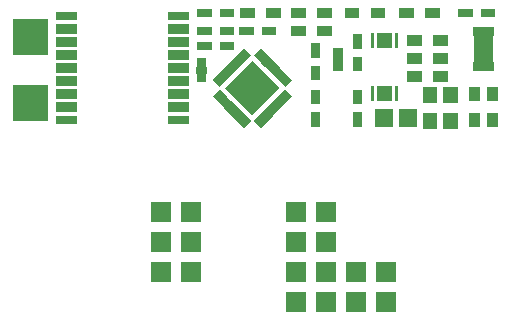
<source format=gbr>
G04 #@! TF.GenerationSoftware,KiCad,Pcbnew,(5.1.5)-3*
G04 #@! TF.CreationDate,2020-04-07T22:18:27-04:00*
G04 #@! TF.ProjectId,PicoTrackerWSPR2Rev2,5069636f-5472-4616-936b-657257535052,rev?*
G04 #@! TF.SameCoordinates,Original*
G04 #@! TF.FileFunction,Soldermask,Top*
G04 #@! TF.FilePolarity,Negative*
%FSLAX46Y46*%
G04 Gerber Fmt 4.6, Leading zero omitted, Abs format (unit mm)*
G04 Created by KiCad (PCBNEW (5.1.5)-3) date 2020-04-07 22:18:27*
%MOMM*%
%LPD*%
G04 APERTURE LIST*
%ADD10C,0.100000*%
G04 APERTURE END LIST*
D10*
G36*
X95719000Y-93115500D02*
G01*
X94019000Y-93115500D01*
X94019000Y-91415500D01*
X95719000Y-91415500D01*
X95719000Y-93115500D01*
G37*
G36*
X100799000Y-93115500D02*
G01*
X99099000Y-93115500D01*
X99099000Y-91415500D01*
X100799000Y-91415500D01*
X100799000Y-93115500D01*
G37*
G36*
X98259000Y-93115500D02*
G01*
X96559000Y-93115500D01*
X96559000Y-91415500D01*
X98259000Y-91415500D01*
X98259000Y-93115500D01*
G37*
G36*
X103339000Y-93115500D02*
G01*
X101639000Y-93115500D01*
X101639000Y-91415500D01*
X103339000Y-91415500D01*
X103339000Y-93115500D01*
G37*
G36*
X86829000Y-90575500D02*
G01*
X85129000Y-90575500D01*
X85129000Y-88875500D01*
X86829000Y-88875500D01*
X86829000Y-90575500D01*
G37*
G36*
X84289000Y-90575500D02*
G01*
X82589000Y-90575500D01*
X82589000Y-88875500D01*
X84289000Y-88875500D01*
X84289000Y-90575500D01*
G37*
G36*
X100799000Y-90575500D02*
G01*
X99099000Y-90575500D01*
X99099000Y-88875500D01*
X100799000Y-88875500D01*
X100799000Y-90575500D01*
G37*
G36*
X103339000Y-90575500D02*
G01*
X101639000Y-90575500D01*
X101639000Y-88875500D01*
X103339000Y-88875500D01*
X103339000Y-90575500D01*
G37*
G36*
X98259000Y-90575500D02*
G01*
X96559000Y-90575500D01*
X96559000Y-88875500D01*
X98259000Y-88875500D01*
X98259000Y-90575500D01*
G37*
G36*
X95719000Y-90575500D02*
G01*
X94019000Y-90575500D01*
X94019000Y-88875500D01*
X95719000Y-88875500D01*
X95719000Y-90575500D01*
G37*
G36*
X95719000Y-88035500D02*
G01*
X94019000Y-88035500D01*
X94019000Y-86335500D01*
X95719000Y-86335500D01*
X95719000Y-88035500D01*
G37*
G36*
X86829000Y-88035500D02*
G01*
X85129000Y-88035500D01*
X85129000Y-86335500D01*
X86829000Y-86335500D01*
X86829000Y-88035500D01*
G37*
G36*
X84289000Y-88035500D02*
G01*
X82589000Y-88035500D01*
X82589000Y-86335500D01*
X84289000Y-86335500D01*
X84289000Y-88035500D01*
G37*
G36*
X98259000Y-88035500D02*
G01*
X96559000Y-88035500D01*
X96559000Y-86335500D01*
X98259000Y-86335500D01*
X98259000Y-88035500D01*
G37*
G36*
X84289000Y-85495500D02*
G01*
X82589000Y-85495500D01*
X82589000Y-83795500D01*
X84289000Y-83795500D01*
X84289000Y-85495500D01*
G37*
G36*
X98259000Y-85495500D02*
G01*
X96559000Y-85495500D01*
X96559000Y-83795500D01*
X98259000Y-83795500D01*
X98259000Y-85495500D01*
G37*
G36*
X95719000Y-85495500D02*
G01*
X94019000Y-85495500D01*
X94019000Y-83795500D01*
X95719000Y-83795500D01*
X95719000Y-85495500D01*
G37*
G36*
X86829000Y-85495500D02*
G01*
X85129000Y-85495500D01*
X85129000Y-83795500D01*
X86829000Y-83795500D01*
X86829000Y-85495500D01*
G37*
G36*
X108546900Y-77660500D02*
G01*
X107353100Y-77660500D01*
X107353100Y-76263500D01*
X108546900Y-76263500D01*
X108546900Y-77660500D01*
G37*
G36*
X106845100Y-77660500D02*
G01*
X105651300Y-77660500D01*
X105651300Y-76263500D01*
X106845100Y-76263500D01*
X106845100Y-77660500D01*
G37*
G36*
X89064674Y-74910457D02*
G01*
X89064679Y-74910463D01*
X89382878Y-75228662D01*
X89382884Y-75228667D01*
X90125334Y-75971117D01*
X90125339Y-75971123D01*
X90443538Y-76289322D01*
X90443544Y-76289327D01*
X91097611Y-76943394D01*
X90496571Y-77544434D01*
X89877853Y-76925716D01*
X89877847Y-76925711D01*
X89488950Y-76536814D01*
X89488945Y-76536808D01*
X88817193Y-75865056D01*
X88817187Y-75865051D01*
X88428290Y-75476154D01*
X88428285Y-75476148D01*
X87809566Y-74857429D01*
X88410606Y-74256389D01*
X89064674Y-74910457D01*
G37*
G36*
X94562434Y-74857429D02*
G01*
X94261914Y-75157949D01*
X93943716Y-75476148D01*
X93554808Y-75865056D01*
X93201254Y-76218609D01*
X92883056Y-76536808D01*
X92494148Y-76925716D01*
X92140594Y-77279269D01*
X91875429Y-77544434D01*
X91274389Y-76943394D01*
X91928452Y-76289331D01*
X91928463Y-76289322D01*
X91981497Y-76236289D01*
X91981496Y-76236288D01*
X92193628Y-76024156D01*
X92193629Y-76024157D01*
X92246662Y-75971123D01*
X92246671Y-75971112D01*
X92989112Y-75228671D01*
X92989123Y-75228662D01*
X93042157Y-75175629D01*
X93042156Y-75175628D01*
X93254288Y-74963496D01*
X93254289Y-74963497D01*
X93307322Y-74910463D01*
X93307331Y-74910452D01*
X93961394Y-74256389D01*
X94562434Y-74857429D01*
G37*
G36*
X111956000Y-77476000D02*
G01*
X111056000Y-77476000D01*
X111056000Y-76276000D01*
X111956000Y-76276000D01*
X111956000Y-77476000D01*
G37*
G36*
X110432000Y-77476000D02*
G01*
X109532000Y-77476000D01*
X109532000Y-76276000D01*
X110432000Y-76276000D01*
X110432000Y-77476000D01*
G37*
G36*
X103048500Y-77458000D02*
G01*
X101548500Y-77458000D01*
X101548500Y-75958000D01*
X103048500Y-75958000D01*
X103048500Y-77458000D01*
G37*
G36*
X105080500Y-77458000D02*
G01*
X103580500Y-77458000D01*
X103580500Y-75958000D01*
X105080500Y-75958000D01*
X105080500Y-77458000D01*
G37*
G36*
X100451000Y-77430000D02*
G01*
X99701000Y-77430000D01*
X99701000Y-76230000D01*
X100451000Y-76230000D01*
X100451000Y-77430000D01*
G37*
G36*
X96895000Y-77430000D02*
G01*
X96145000Y-77430000D01*
X96145000Y-76230000D01*
X96895000Y-76230000D01*
X96895000Y-77430000D01*
G37*
G36*
X85837800Y-77216200D02*
G01*
X84037800Y-77216200D01*
X84037800Y-76516200D01*
X85837800Y-76516200D01*
X85837800Y-77216200D01*
G37*
G36*
X76337800Y-77216200D02*
G01*
X74537800Y-77216200D01*
X74537800Y-76516200D01*
X76337800Y-76516200D01*
X76337800Y-77216200D01*
G37*
G36*
X73890000Y-76938000D02*
G01*
X70890000Y-76938000D01*
X70890000Y-73938000D01*
X73890000Y-73938000D01*
X73890000Y-76938000D01*
G37*
G36*
X93484097Y-74168000D02*
G01*
X91186000Y-76466097D01*
X88887903Y-74168000D01*
X91186000Y-71869903D01*
X93484097Y-74168000D01*
G37*
G36*
X76337800Y-76166200D02*
G01*
X74537800Y-76166200D01*
X74537800Y-75366200D01*
X76337800Y-75366200D01*
X76337800Y-76166200D01*
G37*
G36*
X85837800Y-76166200D02*
G01*
X84037800Y-76166200D01*
X84037800Y-75366200D01*
X85837800Y-75366200D01*
X85837800Y-76166200D01*
G37*
G36*
X96895000Y-75530000D02*
G01*
X96145000Y-75530000D01*
X96145000Y-74330000D01*
X96895000Y-74330000D01*
X96895000Y-75530000D01*
G37*
G36*
X100451000Y-75530000D02*
G01*
X99701000Y-75530000D01*
X99701000Y-74330000D01*
X100451000Y-74330000D01*
X100451000Y-75530000D01*
G37*
G36*
X106845100Y-75450700D02*
G01*
X105651300Y-75450700D01*
X105651300Y-74053700D01*
X106845100Y-74053700D01*
X106845100Y-75450700D01*
G37*
G36*
X108546900Y-75450700D02*
G01*
X107353100Y-75450700D01*
X107353100Y-74053700D01*
X108546900Y-74053700D01*
X108546900Y-75450700D01*
G37*
G36*
X102984300Y-75290000D02*
G01*
X101739700Y-75290000D01*
X101739700Y-73990000D01*
X102984300Y-73990000D01*
X102984300Y-75290000D01*
G37*
G36*
X101488240Y-75290000D02*
G01*
X101239320Y-75290000D01*
X101239320Y-73990000D01*
X101488240Y-73990000D01*
X101488240Y-75290000D01*
G37*
G36*
X103484680Y-75290000D02*
G01*
X103235760Y-75290000D01*
X103235760Y-73990000D01*
X103484680Y-73990000D01*
X103484680Y-75290000D01*
G37*
G36*
X111956000Y-75276000D02*
G01*
X111056000Y-75276000D01*
X111056000Y-74076000D01*
X111956000Y-74076000D01*
X111956000Y-75276000D01*
G37*
G36*
X110432000Y-75276000D02*
G01*
X109532000Y-75276000D01*
X109532000Y-74076000D01*
X110432000Y-74076000D01*
X110432000Y-75276000D01*
G37*
G36*
X76337800Y-75066200D02*
G01*
X74537800Y-75066200D01*
X74537800Y-74266200D01*
X76337800Y-74266200D01*
X76337800Y-75066200D01*
G37*
G36*
X85837800Y-75066200D02*
G01*
X84037800Y-75066200D01*
X84037800Y-74266200D01*
X85837800Y-74266200D01*
X85837800Y-75066200D01*
G37*
G36*
X92494148Y-71410285D02*
G01*
X92494154Y-71410290D01*
X92883051Y-71799187D01*
X92883056Y-71799193D01*
X93554808Y-72470945D01*
X93554814Y-72470950D01*
X93943711Y-72859847D01*
X93943716Y-72859853D01*
X94562434Y-73478571D01*
X93961394Y-74079611D01*
X93307327Y-73425544D01*
X93307322Y-73425538D01*
X92989123Y-73107339D01*
X92989117Y-73107334D01*
X92246667Y-72364884D01*
X92246662Y-72364878D01*
X91928463Y-72046679D01*
X91928457Y-72046674D01*
X91274389Y-71392606D01*
X91875429Y-70791566D01*
X92494148Y-71410285D01*
G37*
G36*
X91097611Y-71392606D02*
G01*
X88410606Y-74079611D01*
X87809566Y-73478571D01*
X88375251Y-72912886D01*
X88428285Y-72859853D01*
X88428294Y-72859842D01*
X88817182Y-72470954D01*
X88817193Y-72470945D01*
X88870226Y-72417911D01*
X89435911Y-71852226D01*
X89488945Y-71799193D01*
X89488954Y-71799182D01*
X89877842Y-71410294D01*
X89877853Y-71410285D01*
X89930886Y-71357251D01*
X90496571Y-70791566D01*
X91097611Y-71392606D01*
G37*
G36*
X76337800Y-73966200D02*
G01*
X74537800Y-73966200D01*
X74537800Y-73166200D01*
X76337800Y-73166200D01*
X76337800Y-73966200D01*
G37*
G36*
X85837800Y-73966200D02*
G01*
X84037800Y-73966200D01*
X84037800Y-73166200D01*
X85837800Y-73166200D01*
X85837800Y-73966200D01*
G37*
G36*
X87268000Y-72294401D02*
G01*
X87270402Y-72318787D01*
X87277515Y-72342236D01*
X87289066Y-72363847D01*
X87298000Y-72374733D01*
X87298000Y-72964067D01*
X87289066Y-72974953D01*
X87277515Y-72996564D01*
X87270402Y-73020013D01*
X87268000Y-73044399D01*
X87268000Y-73669400D01*
X86468000Y-73669400D01*
X86468000Y-73044399D01*
X86465598Y-73020013D01*
X86458485Y-72996564D01*
X86446934Y-72974953D01*
X86438000Y-72964067D01*
X86438000Y-72374733D01*
X86446934Y-72363847D01*
X86458485Y-72342236D01*
X86465598Y-72318787D01*
X86468000Y-72294401D01*
X86468000Y-71669400D01*
X87268000Y-71669400D01*
X87268000Y-72294401D01*
G37*
G36*
X105502000Y-73665500D02*
G01*
X104302000Y-73665500D01*
X104302000Y-72765500D01*
X105502000Y-72765500D01*
X105502000Y-73665500D01*
G37*
G36*
X107702000Y-73665500D02*
G01*
X106502000Y-73665500D01*
X106502000Y-72765500D01*
X107702000Y-72765500D01*
X107702000Y-73665500D01*
G37*
G36*
X96895000Y-73498000D02*
G01*
X96145000Y-73498000D01*
X96145000Y-72298000D01*
X96895000Y-72298000D01*
X96895000Y-73498000D01*
G37*
G36*
X85837800Y-72866200D02*
G01*
X84037800Y-72866200D01*
X84037800Y-72066200D01*
X85837800Y-72066200D01*
X85837800Y-72866200D01*
G37*
G36*
X76337800Y-72866200D02*
G01*
X74537800Y-72866200D01*
X74537800Y-72066200D01*
X76337800Y-72066200D01*
X76337800Y-72866200D01*
G37*
G36*
X111644000Y-69766000D02*
G01*
X111643999Y-69766000D01*
X111619613Y-69768402D01*
X111596164Y-69775515D01*
X111574553Y-69787066D01*
X111555611Y-69802611D01*
X111540066Y-69821553D01*
X111528515Y-69843164D01*
X111521402Y-69866613D01*
X111519000Y-69890999D01*
X111519000Y-71841001D01*
X111521402Y-71865387D01*
X111528515Y-71888836D01*
X111540066Y-71910447D01*
X111555611Y-71929389D01*
X111574553Y-71944934D01*
X111596164Y-71956485D01*
X111619613Y-71963598D01*
X111643999Y-71966000D01*
X111644000Y-71966000D01*
X111644000Y-72766000D01*
X109844000Y-72766000D01*
X109844000Y-71966000D01*
X109844001Y-71966000D01*
X109868387Y-71963598D01*
X109891836Y-71956485D01*
X109913447Y-71944934D01*
X109932389Y-71929389D01*
X109947934Y-71910447D01*
X109959485Y-71888836D01*
X109966598Y-71865387D01*
X109969000Y-71841001D01*
X109969000Y-69890999D01*
X109966598Y-69866613D01*
X109959485Y-69843164D01*
X109947934Y-69821553D01*
X109932389Y-69802611D01*
X109913447Y-69787066D01*
X109891836Y-69775515D01*
X109868387Y-69768402D01*
X109844001Y-69766000D01*
X109844000Y-69766000D01*
X109844000Y-68966000D01*
X111644000Y-68966000D01*
X111644000Y-69766000D01*
G37*
G36*
X98825000Y-71380001D02*
G01*
X98827402Y-71404387D01*
X98834515Y-71427836D01*
X98846066Y-71449447D01*
X98855000Y-71460333D01*
X98855000Y-72049667D01*
X98846066Y-72060553D01*
X98834515Y-72082164D01*
X98827402Y-72105613D01*
X98825000Y-72129999D01*
X98825000Y-72755000D01*
X98025000Y-72755000D01*
X98025000Y-72129999D01*
X98022598Y-72105613D01*
X98015485Y-72082164D01*
X98003934Y-72060553D01*
X97995000Y-72049667D01*
X97995000Y-71460333D01*
X98003934Y-71449447D01*
X98015485Y-71427836D01*
X98022598Y-71404387D01*
X98025000Y-71380001D01*
X98025000Y-70755000D01*
X98825000Y-70755000D01*
X98825000Y-71380001D01*
G37*
G36*
X100451000Y-72736000D02*
G01*
X99701000Y-72736000D01*
X99701000Y-71536000D01*
X100451000Y-71536000D01*
X100451000Y-72736000D01*
G37*
G36*
X105502000Y-72141500D02*
G01*
X104302000Y-72141500D01*
X104302000Y-71241500D01*
X105502000Y-71241500D01*
X105502000Y-72141500D01*
G37*
G36*
X107702000Y-72141500D02*
G01*
X106502000Y-72141500D01*
X106502000Y-71241500D01*
X107702000Y-71241500D01*
X107702000Y-72141500D01*
G37*
G36*
X85837800Y-71766200D02*
G01*
X84037800Y-71766200D01*
X84037800Y-70966200D01*
X85837800Y-70966200D01*
X85837800Y-71766200D01*
G37*
G36*
X76337800Y-71766200D02*
G01*
X74537800Y-71766200D01*
X74537800Y-70966200D01*
X76337800Y-70966200D01*
X76337800Y-71766200D01*
G37*
G36*
X96895000Y-71598000D02*
G01*
X96145000Y-71598000D01*
X96145000Y-70398000D01*
X96895000Y-70398000D01*
X96895000Y-71598000D01*
G37*
G36*
X73890000Y-71350000D02*
G01*
X70890000Y-71350000D01*
X70890000Y-68350000D01*
X73890000Y-68350000D01*
X73890000Y-71350000D01*
G37*
G36*
X87727000Y-70987000D02*
G01*
X86527000Y-70987000D01*
X86527000Y-70237000D01*
X87727000Y-70237000D01*
X87727000Y-70987000D01*
G37*
G36*
X89627000Y-70987000D02*
G01*
X88427000Y-70987000D01*
X88427000Y-70237000D01*
X89627000Y-70237000D01*
X89627000Y-70987000D01*
G37*
G36*
X100451000Y-70836000D02*
G01*
X99701000Y-70836000D01*
X99701000Y-69636000D01*
X100451000Y-69636000D01*
X100451000Y-70836000D01*
G37*
G36*
X103484680Y-70790000D02*
G01*
X103235760Y-70790000D01*
X103235760Y-69490000D01*
X103484680Y-69490000D01*
X103484680Y-70790000D01*
G37*
G36*
X101488240Y-70790000D02*
G01*
X101239320Y-70790000D01*
X101239320Y-69490000D01*
X101488240Y-69490000D01*
X101488240Y-70790000D01*
G37*
G36*
X102984300Y-70790000D02*
G01*
X101739700Y-70790000D01*
X101739700Y-69490000D01*
X102984300Y-69490000D01*
X102984300Y-70790000D01*
G37*
G36*
X85837800Y-70666200D02*
G01*
X84037800Y-70666200D01*
X84037800Y-69866200D01*
X85837800Y-69866200D01*
X85837800Y-70666200D01*
G37*
G36*
X76337800Y-70666200D02*
G01*
X74537800Y-70666200D01*
X74537800Y-69866200D01*
X76337800Y-69866200D01*
X76337800Y-70666200D01*
G37*
G36*
X107702000Y-70617500D02*
G01*
X106502000Y-70617500D01*
X106502000Y-69717500D01*
X107702000Y-69717500D01*
X107702000Y-70617500D01*
G37*
G36*
X105502000Y-70617500D02*
G01*
X104302000Y-70617500D01*
X104302000Y-69717500D01*
X105502000Y-69717500D01*
X105502000Y-70617500D01*
G37*
G36*
X95682000Y-69792000D02*
G01*
X94482000Y-69792000D01*
X94482000Y-68892000D01*
X95682000Y-68892000D01*
X95682000Y-69792000D01*
G37*
G36*
X97882000Y-69792000D02*
G01*
X96682000Y-69792000D01*
X96682000Y-68892000D01*
X97882000Y-68892000D01*
X97882000Y-69792000D01*
G37*
G36*
X93178000Y-69717000D02*
G01*
X91978000Y-69717000D01*
X91978000Y-68967000D01*
X93178000Y-68967000D01*
X93178000Y-69717000D01*
G37*
G36*
X91278000Y-69717000D02*
G01*
X90078000Y-69717000D01*
X90078000Y-68967000D01*
X91278000Y-68967000D01*
X91278000Y-69717000D01*
G37*
G36*
X89622000Y-69717000D02*
G01*
X88422000Y-69717000D01*
X88422000Y-68967000D01*
X89622000Y-68967000D01*
X89622000Y-69717000D01*
G37*
G36*
X87722000Y-69717000D02*
G01*
X86522000Y-69717000D01*
X86522000Y-68967000D01*
X87722000Y-68967000D01*
X87722000Y-69717000D01*
G37*
G36*
X85837800Y-69566200D02*
G01*
X84037800Y-69566200D01*
X84037800Y-68766200D01*
X85837800Y-68766200D01*
X85837800Y-69566200D01*
G37*
G36*
X76337800Y-69566200D02*
G01*
X74537800Y-69566200D01*
X74537800Y-68766200D01*
X76337800Y-68766200D01*
X76337800Y-69566200D01*
G37*
G36*
X85837800Y-68416200D02*
G01*
X84037800Y-68416200D01*
X84037800Y-67716200D01*
X85837800Y-67716200D01*
X85837800Y-68416200D01*
G37*
G36*
X76337800Y-68416200D02*
G01*
X74537800Y-68416200D01*
X74537800Y-67716200D01*
X76337800Y-67716200D01*
X76337800Y-68416200D01*
G37*
G36*
X107026000Y-68268000D02*
G01*
X105826000Y-68268000D01*
X105826000Y-67368000D01*
X107026000Y-67368000D01*
X107026000Y-68268000D01*
G37*
G36*
X91364000Y-68268000D02*
G01*
X90164000Y-68268000D01*
X90164000Y-67368000D01*
X91364000Y-67368000D01*
X91364000Y-68268000D01*
G37*
G36*
X93564000Y-68268000D02*
G01*
X92364000Y-68268000D01*
X92364000Y-67368000D01*
X93564000Y-67368000D01*
X93564000Y-68268000D01*
G37*
G36*
X95682000Y-68268000D02*
G01*
X94482000Y-68268000D01*
X94482000Y-67368000D01*
X95682000Y-67368000D01*
X95682000Y-68268000D01*
G37*
G36*
X97882000Y-68268000D02*
G01*
X96682000Y-68268000D01*
X96682000Y-67368000D01*
X97882000Y-67368000D01*
X97882000Y-68268000D01*
G37*
G36*
X100190500Y-68268000D02*
G01*
X98990500Y-68268000D01*
X98990500Y-67368000D01*
X100190500Y-67368000D01*
X100190500Y-68268000D01*
G37*
G36*
X102390500Y-68268000D02*
G01*
X101190500Y-68268000D01*
X101190500Y-67368000D01*
X102390500Y-67368000D01*
X102390500Y-68268000D01*
G37*
G36*
X104826000Y-68268000D02*
G01*
X103626000Y-68268000D01*
X103626000Y-67368000D01*
X104826000Y-67368000D01*
X104826000Y-68268000D01*
G37*
G36*
X111720000Y-68193000D02*
G01*
X110520000Y-68193000D01*
X110520000Y-67443000D01*
X111720000Y-67443000D01*
X111720000Y-68193000D01*
G37*
G36*
X87722000Y-68193000D02*
G01*
X86522000Y-68193000D01*
X86522000Y-67443000D01*
X87722000Y-67443000D01*
X87722000Y-68193000D01*
G37*
G36*
X89622000Y-68193000D02*
G01*
X88422000Y-68193000D01*
X88422000Y-67443000D01*
X89622000Y-67443000D01*
X89622000Y-68193000D01*
G37*
G36*
X109820000Y-68193000D02*
G01*
X108620000Y-68193000D01*
X108620000Y-67443000D01*
X109820000Y-67443000D01*
X109820000Y-68193000D01*
G37*
M02*

</source>
